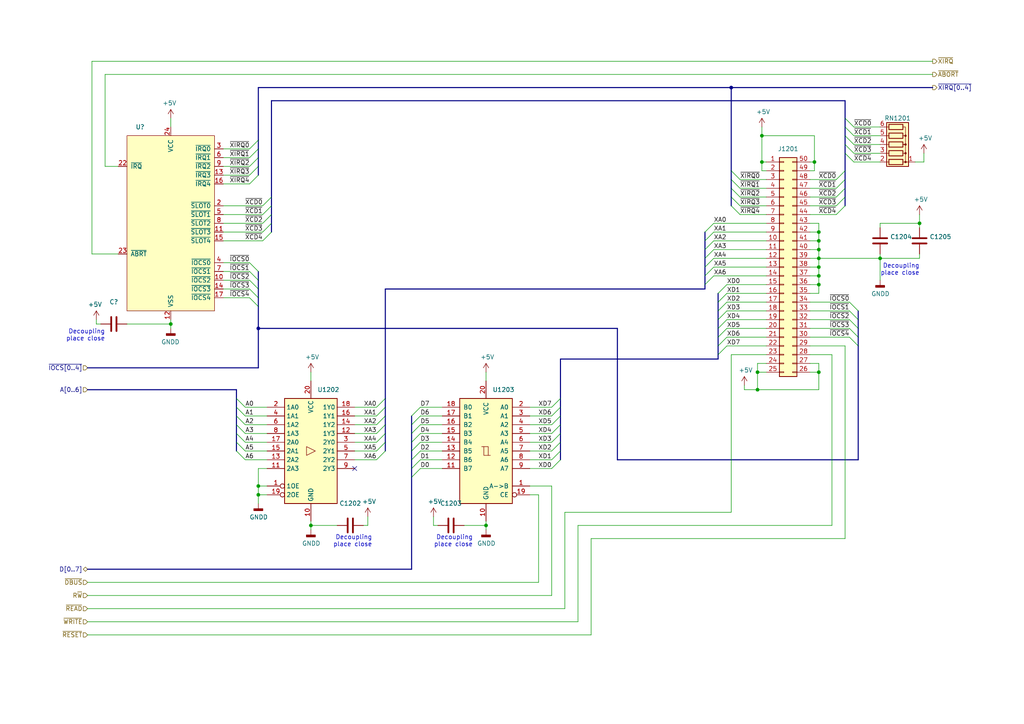
<source format=kicad_sch>
(kicad_sch (version 20211123) (generator eeschema)
  (paper "A4")
  (lib_symbols
    (symbol "74xx:74HC244"
      (property "Reference" "U" (at -7.62 16.51 0))
      (property "Value" "74HC244" (at -7.62 -16.51 0))
      (symbol "74HC244_1_0"
        (polyline (pts (xy 1.27 0) (xy -1.27 1.27) (xy -1.27 -1.27) (xy 1.27 0)) (stroke (width 0.1524)))
        (pin input inverted (at -12.7 -10.16 0) (length 5.08) (name "1OE") (number "1"))
        (pin power_in line (at 0 -20.32 90) (length 5.08) (name "GND") (number "10"))
        (pin input line (at -12.7 -5.08 0) (length 5.08) (name "2A3") (number "11"))
        (pin tri_state line (at 12.7 5.08 180) (length 5.08) (name "1Y3") (number "12"))
        (pin input line (at -12.7 -2.54 0) (length 5.08) (name "2A2") (number "13"))
        (pin tri_state line (at 12.7 7.62 180) (length 5.08) (name "1Y2") (number "14"))
        (pin input line (at -12.7 0 0) (length 5.08) (name "2A1") (number "15"))
        (pin tri_state line (at 12.7 10.16 180) (length 5.08) (name "1Y1") (number "16"))
        (pin input line (at -12.7 2.54 0) (length 5.08) (name "2A0") (number "17"))
        (pin tri_state line (at 12.7 12.7 180) (length 5.08) (name "1Y0") (number "18"))
        (pin input inverted (at -12.7 -12.7 0) (length 5.08) (name "2OE") (number "19"))
        (pin input line (at -12.7 12.7 0) (length 5.08) (name "1A0") (number "2"))
        (pin power_in line (at 0 20.32 270) (length 5.08) (name "VCC") (number "20"))
        (pin tri_state line (at 12.7 2.54 180) (length 5.08) (name "2Y0") (number "3"))
        (pin input line (at -12.7 10.16 0) (length 5.08) (name "1A1") (number "4"))
        (pin tri_state line (at 12.7 0 180) (length 5.08) (name "2Y1") (number "5"))
        (pin input line (at -12.7 7.62 0) (length 5.08) (name "1A2") (number "6"))
        (pin tri_state line (at 12.7 -2.54 180) (length 5.08) (name "2Y2") (number "7"))
        (pin input line (at -12.7 5.08 0) (length 5.08) (name "1A3") (number "8"))
        (pin tri_state line (at 12.7 -5.08 180) (length 5.08) (name "2Y3") (number "9"))
      )
      (symbol "74HC244_1_1"
        (rectangle (start -7.62 15.24) (end 7.62 -15.24) (stroke (width 0.254)) (fill (type background)))
      )
    )
    (symbol "74xx:74HC245" (pin_names (offset 1.016))
      (property "Reference" "U" (at -7.62 16.51 0))
      (property "Value" "74HC245" (at -7.62 -16.51 0))
      (symbol "74HC245_1_0"
        (polyline (pts (xy -0.635 -1.27) (xy -0.635 1.27) (xy 0.635 1.27)))
        (polyline (pts (xy -1.27 -1.27) (xy 0.635 -1.27) (xy 0.635 1.27) (xy 1.27 1.27)))
        (pin input line (at -12.7 -10.16 0) (length 5.08) (name "A->B") (number "1"))
        (pin power_in line (at 0 -20.32 90) (length 5.08) (name "GND") (number "10"))
        (pin tri_state line (at 12.7 -5.08 180) (length 5.08) (name "B7") (number "11"))
        (pin tri_state line (at 12.7 -2.54 180) (length 5.08) (name "B6") (number "12"))
        (pin tri_state line (at 12.7 0 180) (length 5.08) (name "B5") (number "13"))
        (pin tri_state line (at 12.7 2.54 180) (length 5.08) (name "B4") (number "14"))
        (pin tri_state line (at 12.7 5.08 180) (length 5.08) (name "B3") (number "15"))
        (pin tri_state line (at 12.7 7.62 180) (length 5.08) (name "B2") (number "16"))
        (pin tri_state line (at 12.7 10.16 180) (length 5.08) (name "B1") (number "17"))
        (pin tri_state line (at 12.7 12.7 180) (length 5.08) (name "B0") (number "18"))
        (pin input inverted (at -12.7 -12.7 0) (length 5.08) (name "CE") (number "19"))
        (pin tri_state line (at -12.7 12.7 0) (length 5.08) (name "A0") (number "2"))
        (pin power_in line (at 0 20.32 270) (length 5.08) (name "VCC") (number "20"))
        (pin tri_state line (at -12.7 10.16 0) (length 5.08) (name "A1") (number "3"))
        (pin tri_state line (at -12.7 7.62 0) (length 5.08) (name "A2") (number "4"))
        (pin tri_state line (at -12.7 5.08 0) (length 5.08) (name "A3") (number "5"))
        (pin tri_state line (at -12.7 2.54 0) (length 5.08) (name "A4") (number "6"))
        (pin tri_state line (at -12.7 0 0) (length 5.08) (name "A5") (number "7"))
        (pin tri_state line (at -12.7 -2.54 0) (length 5.08) (name "A6") (number "8"))
        (pin tri_state line (at -12.7 -5.08 0) (length 5.08) (name "A7") (number "9"))
      )
      (symbol "74HC245_1_1"
        (rectangle (start -7.62 15.24) (end 7.62 -15.24) (stroke (width 0.254)) (fill (type background)))
      )
    )
    (symbol "Connector_Generic:Conn_02x25_Counter_Clockwise" (pin_names (offset 1.016) hide)
      (property "Reference" "J" (at 1.27 33.02 0))
      (property "Value" "Conn_02x25_Counter_Clockwise" (at 1.27 -33.02 0))
      (symbol "Conn_02x25_Counter_Clockwise_1_1"
        (rectangle (start -1.27 -30.353) (end 0 -30.607) (stroke (width 0.1524)))
        (rectangle (start -1.27 -27.813) (end 0 -28.067) (stroke (width 0.1524)))
        (rectangle (start -1.27 -25.273) (end 0 -25.527) (stroke (width 0.1524)))
        (rectangle (start -1.27 -22.733) (end 0 -22.987) (stroke (width 0.1524)))
        (rectangle (start -1.27 -20.193) (end 0 -20.447) (stroke (width 0.1524)))
        (rectangle (start -1.27 -17.653) (end 0 -17.907) (stroke (width 0.1524)))
        (rectangle (start -1.27 -15.113) (end 0 -15.367) (stroke (width 0.1524)))
        (rectangle (start -1.27 -12.573) (end 0 -12.827) (stroke (width 0.1524)))
        (rectangle (start -1.27 -10.033) (end 0 -10.287) (stroke (width 0.1524)))
        (rectangle (start -1.27 -7.493) (end 0 -7.747) (stroke (width 0.1524)))
        (rectangle (start -1.27 -4.953) (end 0 -5.207) (stroke (width 0.1524)))
        (rectangle (start -1.27 -2.413) (end 0 -2.667) (stroke (width 0.1524)))
        (rectangle (start -1.27 0.127) (end 0 -0.127) (stroke (width 0.1524)))
        (rectangle (start -1.27 2.667) (end 0 2.413) (stroke (width 0.1524)))
        (rectangle (start -1.27 5.207) (end 0 4.953) (stroke (width 0.1524)))
        (rectangle (start -1.27 7.747) (end 0 7.493) (stroke (width 0.1524)))
        (rectangle (start -1.27 10.287) (end 0 10.033) (stroke (width 0.1524)))
        (rectangle (start -1.27 12.827) (end 0 12.573) (stroke (width 0.1524)))
        (rectangle (start -1.27 15.367) (end 0 15.113) (stroke (width 0.1524)))
        (rectangle (start -1.27 17.907) (end 0 17.653) (stroke (width 0.1524)))
        (rectangle (start -1.27 20.447) (end 0 20.193) (stroke (width 0.1524)))
        (rectangle (start -1.27 22.987) (end 0 22.733) (stroke (width 0.1524)))
        (rectangle (start -1.27 25.527) (end 0 25.273) (stroke (width 0.1524)))
        (rectangle (start -1.27 28.067) (end 0 27.813) (stroke (width 0.1524)))
        (rectangle (start -1.27 30.607) (end 0 30.353) (stroke (width 0.1524)))
        (rectangle (start -1.27 31.75) (end 3.81 -31.75) (stroke (width 0.254)) (fill (type background)))
        (rectangle (start 3.81 -30.353) (end 2.54 -30.607) (stroke (width 0.1524)))
        (rectangle (start 3.81 -27.813) (end 2.54 -28.067) (stroke (width 0.1524)))
        (rectangle (start 3.81 -25.273) (end 2.54 -25.527) (stroke (width 0.1524)))
        (rectangle (start 3.81 -22.733) (end 2.54 -22.987) (stroke (width 0.1524)))
        (rectangle (start 3.81 -20.193) (end 2.54 -20.447) (stroke (width 0.1524)))
        (rectangle (start 3.81 -17.653) (end 2.54 -17.907) (stroke (width 0.1524)))
        (rectangle (start 3.81 -15.113) (end 2.54 -15.367) (stroke (width 0.1524)))
        (rectangle (start 3.81 -12.573) (end 2.54 -12.827) (stroke (width 0.1524)))
        (rectangle (start 3.81 -10.033) (end 2.54 -10.287) (stroke (width 0.1524)))
        (rectangle (start 3.81 -7.493) (end 2.54 -7.747) (stroke (width 0.1524)))
        (rectangle (start 3.81 -4.953) (end 2.54 -5.207) (stroke (width 0.1524)))
        (rectangle (start 3.81 -2.413) (end 2.54 -2.667) (stroke (width 0.1524)))
        (rectangle (start 3.81 0.127) (end 2.54 -0.127) (stroke (width 0.1524)))
        (rectangle (start 3.81 2.667) (end 2.54 2.413) (stroke (width 0.1524)))
        (rectangle (start 3.81 5.207) (end 2.54 4.953) (stroke (width 0.1524)))
        (rectangle (start 3.81 7.747) (end 2.54 7.493) (stroke (width 0.1524)))
        (rectangle (start 3.81 10.287) (end 2.54 10.033) (stroke (width 0.1524)))
        (rectangle (start 3.81 12.827) (end 2.54 12.573) (stroke (width 0.1524)))
        (rectangle (start 3.81 15.367) (end 2.54 15.113) (stroke (width 0.1524)))
        (rectangle (start 3.81 17.907) (end 2.54 17.653) (stroke (width 0.1524)))
        (rectangle (start 3.81 20.447) (end 2.54 20.193) (stroke (width 0.1524)))
        (rectangle (start 3.81 22.987) (end 2.54 22.733) (stroke (width 0.1524)))
        (rectangle (start 3.81 25.527) (end 2.54 25.273) (stroke (width 0.1524)))
        (rectangle (start 3.81 28.067) (end 2.54 27.813) (stroke (width 0.1524)))
        (rectangle (start 3.81 30.607) (end 2.54 30.353) (stroke (width 0.1524)))
        (pin passive line (at -5.08 30.48 0) (length 3.81) (name "Pin_1") (number "1"))
        (pin passive line (at -5.08 7.62 0) (length 3.81) (name "Pin_10") (number "10"))
        (pin passive line (at -5.08 5.08 0) (length 3.81) (name "Pin_11") (number "11"))
        (pin passive line (at -5.08 2.54 0) (length 3.81) (name "Pin_12") (number "12"))
        (pin passive line (at -5.08 0 0) (length 3.81) (name "Pin_13") (number "13"))
        (pin passive line (at -5.08 -2.54 0) (length 3.81) (name "Pin_14") (number "14"))
        (pin passive line (at -5.08 -5.08 0) (length 3.81) (name "Pin_15") (number "15"))
        (pin passive line (at -5.08 -7.62 0) (length 3.81) (name "Pin_16") (number "16"))
        (pin passive line (at -5.08 -10.16 0) (length 3.81) (name "Pin_17") (number "17"))
        (pin passive line (at -5.08 -12.7 0) (length 3.81) (name "Pin_18") (number "18"))
        (pin passive line (at -5.08 -15.24 0) (length 3.81) (name "Pin_19") (number "19"))
        (pin passive line (at -5.08 27.94 0) (length 3.81) (name "Pin_2") (number "2"))
        (pin passive line (at -5.08 -17.78 0) (length 3.81) (name "Pin_20") (number "20"))
        (pin passive line (at -5.08 -20.32 0) (length 3.81) (name "Pin_21") (number "21"))
        (pin passive line (at -5.08 -22.86 0) (length 3.81) (name "Pin_22") (number "22"))
        (pin passive line (at -5.08 -25.4 0) (length 3.81) (name "Pin_23") (number "23"))
        (pin passive line (at -5.08 -27.94 0) (length 3.81) (name "Pin_24") (number "24"))
        (pin passive line (at -5.08 -30.48 0) (length 3.81) (name "Pin_25") (number "25"))
        (pin passive line (at 7.62 -30.48 180) (length 3.81) (name "Pin_26") (number "26"))
        (pin passive line (at 7.62 -27.94 180) (length 3.81) (name "Pin_27") (number "27"))
        (pin passive line (at 7.62 -25.4 180) (length 3.81) (name "Pin_28") (number "28"))
        (pin passive line (at 7.62 -22.86 180) (length 3.81) (name "Pin_29") (number "29"))
        (pin passive line (at -5.08 25.4 0) (length 3.81) (name "Pin_3") (number "3"))
        (pin passive line (at 7.62 -20.32 180) (length 3.81) (name "Pin_30") (number "30"))
        (pin passive line (at 7.62 -17.78 180) (length 3.81) (name "Pin_31") (number "31"))
        (pin passive line (at 7.62 -15.24 180) (length 3.81) (name "Pin_32") (number "32"))
        (pin passive line (at 7.62 -12.7 180) (length 3.81) (name "Pin_33") (number "33"))
        (pin passive line (at 7.62 -10.16 180) (length 3.81) (name "Pin_34") (number "34"))
        (pin passive line (at 7.62 -7.62 180) (length 3.81) (name "Pin_35") (number "35"))
        (pin passive line (at 7.62 -5.08 180) (length 3.81) (name "Pin_36") (number "36"))
        (pin passive line (at 7.62 -2.54 180) (length 3.81) (name "Pin_37") (number "37"))
        (pin passive line (at 7.62 0 180) (length 3.81) (name "Pin_38") (number "38"))
        (pin passive line (at 7.62 2.54 180) (length 3.81) (name "Pin_39") (number "39"))
        (pin passive line (at -5.08 22.86 0) (length 3.81) (name "Pin_4") (number "4"))
        (pin passive line (at 7.62 5.08 180) (length 3.81) (name "Pin_40") (number "40"))
        (pin passive line (at 7.62 7.62 180) (length 3.81) (name "Pin_41") (number "41"))
        (pin passive line (at 7.62 10.16 180) (length 3.81) (name "Pin_42") (number "42"))
        (pin passive line (at 7.62 12.7 180) (length 3.81) (name "Pin_43") (number "43"))
        (pin passive line (at 7.62 15.24 180) (length 3.81) (name "Pin_44") (number "44"))
        (pin passive line (at 7.62 17.78 180) (length 3.81) (name "Pin_45") (number "45"))
        (pin passive line (at 7.62 20.32 180) (length 3.81) (name "Pin_46") (number "46"))
        (pin passive line (at 7.62 22.86 180) (length 3.81) (name "Pin_47") (number "47"))
        (pin passive line (at 7.62 25.4 180) (length 3.81) (name "Pin_48") (number "48"))
        (pin passive line (at 7.62 27.94 180) (length 3.81) (name "Pin_49") (number "49"))
        (pin passive line (at -5.08 20.32 0) (length 3.81) (name "Pin_5") (number "5"))
        (pin passive line (at 7.62 30.48 180) (length 3.81) (name "Pin_50") (number "50"))
        (pin passive line (at -5.08 17.78 0) (length 3.81) (name "Pin_6") (number "6"))
        (pin passive line (at -5.08 15.24 0) (length 3.81) (name "Pin_7") (number "7"))
        (pin passive line (at -5.08 12.7 0) (length 3.81) (name "Pin_8") (number "8"))
        (pin passive line (at -5.08 10.16 0) (length 3.81) (name "Pin_9") (number "9"))
      )
    )
    (symbol "Device:C" (pin_numbers hide) (pin_names (offset 0.254))
      (property "Reference" "C" (at 0.635 2.54 0))
      (property "Value" "C" (at 0.635 -2.54 0))
      (symbol "C_0_1"
        (polyline (pts (xy -2.032 -0.762) (xy 2.032 -0.762)) (stroke (width 0.508)))
        (polyline (pts (xy -2.032 0.762) (xy 2.032 0.762)) (stroke (width 0.508)))
      )
      (symbol "C_1_1"
        (pin passive line (at 0 3.81 270) (length 2.794) (name "~") (number "1"))
        (pin passive line (at 0 -3.81 90) (length 2.794) (name "~") (number "2"))
      )
    )
    (symbol "Device:R_Network05" (pin_names (offset 0) hide)
      (property "Reference" "RN" (at -7.62 0 90))
      (property "Value" "R_Network05" (at 7.62 0 90))
      (symbol "R_Network05_0_1"
        (rectangle (start -6.35 -3.175) (end 6.35 3.175) (stroke (width 0.254)) (fill (type background)))
        (rectangle (start -5.842 1.524) (end -4.318 -2.54) (stroke (width 0.254)))
        (circle (center -5.08 2.286) (radius 0.254) (fill (type outline)))
        (rectangle (start -3.302 1.524) (end -1.778 -2.54) (stroke (width 0.254)))
        (circle (center -2.54 2.286) (radius 0.254) (fill (type outline)))
        (rectangle (start -0.762 1.524) (end 0.762 -2.54) (stroke (width 0.254)))
        (polyline (pts (xy -5.08 -2.54) (xy -5.08 -3.81)))
        (polyline (pts (xy -2.54 -2.54) (xy -2.54 -3.81)))
        (polyline (pts (xy 0 -2.54) (xy 0 -3.81)))
        (polyline (pts (xy 2.54 -2.54) (xy 2.54 -3.81)))
        (polyline (pts (xy 5.08 -2.54) (xy 5.08 -3.81)))
        (polyline (pts (xy -5.08 1.524) (xy -5.08 2.286) (xy -2.54 2.286) (xy -2.54 1.524)))
        (polyline (pts (xy -2.54 1.524) (xy -2.54 2.286) (xy 0 2.286) (xy 0 1.524)))
        (polyline (pts (xy 0 1.524) (xy 0 2.286) (xy 2.54 2.286) (xy 2.54 1.524)))
        (polyline (pts (xy 2.54 1.524) (xy 2.54 2.286) (xy 5.08 2.286) (xy 5.08 1.524)))
        (circle (center 0 2.286) (radius 0.254) (fill (type outline)))
        (rectangle (start 1.778 1.524) (end 3.302 -2.54) (stroke (width 0.254)))
        (circle (center 2.54 2.286) (radius 0.254) (fill (type outline)))
        (rectangle (start 4.318 1.524) (end 5.842 -2.54) (stroke (width 0.254)))
      )
      (symbol "R_Network05_1_1"
        (pin passive line (at -5.08 5.08 270) (length 2.54) (name "common") (number "1"))
        (pin passive line (at -5.08 -5.08 90) (length 1.27) (name "R1") (number "2"))
        (pin passive line (at -2.54 -5.08 90) (length 1.27) (name "R2") (number "3"))
        (pin passive line (at 0 -5.08 90) (length 1.27) (name "R3") (number "4"))
        (pin passive line (at 2.54 -5.08 90) (length 1.27) (name "R4") (number "5"))
        (pin passive line (at 5.08 -5.08 90) (length 1.27) (name "R5") (number "6"))
      )
    )
    (symbol "PAL22V10:XIOCON_PDIP" (pin_names (offset 1.016))
      (property "Reference" "U" (at 8.89 27.94 0))
      (property "Value" "XIOCON_PDIP" (at 0 0 90))
      (symbol "XIOCON_PDIP_0_1"
        (rectangle (start -12.7 25.4) (end 12.7 -25.4) (fill (type background)))
      )
      (symbol "XIOCON_PDIP_1_1"
        (pin input line (at -15.24 -16.51 0) (length 2.54) (name "~{IOCS2}") (number "10"))
        (pin input line (at -15.24 -2.54 0) (length 2.54) (name "~{SLOT3}") (number "11"))
        (pin power_in line (at 0 -27.94 90) (length 2.54) (name "VSS") (number "12"))
        (pin input line (at -15.24 13.97 0) (length 2.54) (name "~{IRQ3}") (number "13"))
        (pin input line (at -15.24 -19.05 0) (length 2.54) (name "~{IOCS3}") (number "14"))
        (pin input line (at -15.24 -5.08 0) (length 2.54) (name "~{SLOT4}") (number "15"))
        (pin input line (at -15.24 11.43 0) (length 2.54) (name "~{IRQ4}") (number "16"))
        (pin input line (at -15.24 -21.59 0) (length 2.54) (name "~{IOCS4}") (number "17"))
        (pin input line (at -15.24 5.08 0) (length 2.54) (name "~{SLOT0}") (number "2"))
        (pin output line (at 15.24 16.51 180) (length 2.54) (name "~{IRQ}") (number "22"))
        (pin output line (at 15.24 -8.89 180) (length 2.54) (name "~{ABRT}") (number "23"))
        (pin power_in line (at 0 27.94 270) (length 2.54) (name "VCC") (number "24"))
        (pin input line (at -15.24 21.59 0) (length 2.54) (name "~{IRQ0}") (number "3"))
        (pin input line (at -15.24 -11.43 0) (length 2.54) (name "~{IOCS0}") (number "4"))
        (pin input line (at -15.24 2.54 0) (length 2.54) (name "~{SLOT1}") (number "5"))
        (pin input line (at -15.24 19.05 0) (length 2.54) (name "~{IRQ1}") (number "6"))
        (pin input line (at -15.24 -13.97 0) (length 2.54) (name "~{IOCS1}") (number "7"))
        (pin input line (at -15.24 0 0) (length 2.54) (name "~{SLOT2}") (number "8"))
        (pin input line (at -15.24 16.51 0) (length 2.54) (name "~{IRQ2}") (number "9"))
      )
    )
    (symbol "power:+5V" (power) (pin_names (offset 0))
      (property "Value" "+5V" (at 0 3.556 0))
      (symbol "+5V_0_1"
        (polyline (pts (xy -0.762 1.27) (xy 0 2.54)))
        (polyline (pts (xy 0 0) (xy 0 2.54)))
        (polyline (pts (xy 0 2.54) (xy 0.762 1.27)))
      )
      (symbol "+5V_1_1"
        (pin power_in line (at 0 0 90) (length 0) hide (name "+5V") (number "1"))
      )
    )
    (symbol "power:GNDD" (power) (pin_names (offset 0))
      (property "Value" "GNDD" (at 0 -3.175 0))
      (symbol "GNDD_0_1"
        (rectangle (start -1.27 -1.524) (end 1.27 -2.032) (stroke (width 0.254)) (fill (type outline)))
        (polyline (pts (xy 0 0) (xy 0 -1.524)))
      )
      (symbol "GNDD_1_1"
        (pin power_in line (at 0 0 270) (length 0) hide (name "GNDD") (number "1"))
      )
    )
  )
  (junction (at 237.49 82.55))
  (junction (at 236.22 46.99))
  (junction (at 255.27 74.93))
  (junction (at 212.09 25.4))
  (junction (at 90.17 152.4))
  (junction (at 74.93 143.51))
  (junction (at 237.49 80.01))
  (junction (at 237.49 77.47))
  (junction (at 237.49 72.39))
  (junction (at 74.93 140.97))
  (junction (at 220.98 39.37))
  (junction (at 140.97 152.4))
  (junction (at 219.71 107.95))
  (junction (at 49.53 93.98))
  (junction (at 237.49 69.85))
  (junction (at 237.49 74.93))
  (junction (at 237.49 67.31))
  (junction (at 219.71 113.03))
  (junction (at 220.98 46.99))
  (junction (at 266.7 64.77))
  (junction (at 237.49 107.95))
  (junction (at 74.93 95.25))
  (no_connect (at 102.87 135.89))
  (bus_entry (at 78.74 67.31) (size -2.54 2.54))
  (bus_entry (at 208.28 90.17) (size 2.54 -2.54))
  (bus_entry (at 74.93 88.9) (size -2.54 -2.54))
  (bus_entry (at 208.28 85.09) (size 2.54 -2.54))
  (bus_entry (at 68.58 120.65) (size 2.54 2.54))
  (bus_entry (at 208.28 100.33) (size 2.54 -2.54))
  (bus_entry (at 68.58 128.27) (size 2.54 2.54))
  (bus_entry (at 208.28 92.71) (size 2.54 -2.54))
  (bus_entry (at 109.22 125.73) (size 2.54 -2.54))
  (bus_entry (at 78.74 57.15) (size -2.54 2.54))
  (bus_entry (at 212.09 57.15) (size 2.54 2.54))
  (bus_entry (at 109.22 120.65) (size 2.54 -2.54))
  (bus_entry (at 119.38 123.19) (size 2.54 -2.54))
  (bus_entry (at 160.02 120.65) (size 2.54 -2.54))
  (bus_entry (at 74.93 86.36) (size -2.54 -2.54))
  (bus_entry (at 78.74 59.69) (size -2.54 2.54))
  (bus_entry (at 160.02 135.89) (size 2.54 -2.54))
  (bus_entry (at 212.09 54.61) (size 2.54 2.54))
  (bus_entry (at 68.58 130.81) (size 2.54 2.54))
  (bus_entry (at 160.02 125.73) (size 2.54 -2.54))
  (bus_entry (at 204.47 82.55) (size 2.54 -2.54))
  (bus_entry (at 68.58 123.19) (size 2.54 2.54))
  (bus_entry (at 109.22 130.81) (size 2.54 -2.54))
  (bus_entry (at 160.02 130.81) (size 2.54 -2.54))
  (bus_entry (at 208.28 97.79) (size 2.54 -2.54))
  (bus_entry (at 119.38 130.81) (size 2.54 -2.54))
  (bus_entry (at 204.47 80.01) (size 2.54 -2.54))
  (bus_entry (at 242.57 54.61) (size 2.54 -2.54))
  (bus_entry (at 242.57 59.69) (size 2.54 -2.54))
  (bus_entry (at 246.38 87.63) (size 2.54 2.54))
  (bus_entry (at 109.22 123.19) (size 2.54 -2.54))
  (bus_entry (at 212.09 59.69) (size 2.54 2.54))
  (bus_entry (at 109.22 128.27) (size 2.54 -2.54))
  (bus_entry (at 119.38 138.43) (size 2.54 -2.54))
  (bus_entry (at 208.28 95.25) (size 2.54 -2.54))
  (bus_entry (at 74.93 40.64) (size -2.54 2.54))
  (bus_entry (at 74.93 43.18) (size -2.54 2.54))
  (bus_entry (at 119.38 125.73) (size 2.54 -2.54))
  (bus_entry (at 247.65 36.83) (size -2.54 -2.54))
  (bus_entry (at 160.02 123.19) (size 2.54 -2.54))
  (bus_entry (at 119.38 120.65) (size 2.54 -2.54))
  (bus_entry (at 212.09 49.53) (size 2.54 2.54))
  (bus_entry (at 247.65 46.99) (size -2.54 -2.54))
  (bus_entry (at 68.58 115.57) (size 2.54 2.54))
  (bus_entry (at 246.38 97.79) (size 2.54 2.54))
  (bus_entry (at 204.47 72.39) (size 2.54 -2.54))
  (bus_entry (at 74.93 83.82) (size -2.54 -2.54))
  (bus_entry (at 109.22 118.11) (size 2.54 -2.54))
  (bus_entry (at 68.58 118.11) (size 2.54 2.54))
  (bus_entry (at 246.38 95.25) (size 2.54 2.54))
  (bus_entry (at 160.02 118.11) (size 2.54 -2.54))
  (bus_entry (at 247.65 39.37) (size -2.54 -2.54))
  (bus_entry (at 208.28 102.87) (size 2.54 -2.54))
  (bus_entry (at 160.02 133.35) (size 2.54 -2.54))
  (bus_entry (at 242.57 52.07) (size 2.54 -2.54))
  (bus_entry (at 242.57 62.23) (size 2.54 -2.54))
  (bus_entry (at 74.93 45.72) (size -2.54 2.54))
  (bus_entry (at 204.47 74.93) (size 2.54 -2.54))
  (bus_entry (at 74.93 78.74) (size -2.54 -2.54))
  (bus_entry (at 208.28 87.63) (size 2.54 -2.54))
  (bus_entry (at 212.09 52.07) (size 2.54 2.54))
  (bus_entry (at 204.47 77.47) (size 2.54 -2.54))
  (bus_entry (at 74.93 48.26) (size -2.54 2.54))
  (bus_entry (at 119.38 128.27) (size 2.54 -2.54))
  (bus_entry (at 74.93 50.8) (size -2.54 2.54))
  (bus_entry (at 246.38 92.71) (size 2.54 2.54))
  (bus_entry (at 247.65 44.45) (size -2.54 -2.54))
  (bus_entry (at 74.93 81.28) (size -2.54 -2.54))
  (bus_entry (at 78.74 62.23) (size -2.54 2.54))
  (bus_entry (at 119.38 133.35) (size 2.54 -2.54))
  (bus_entry (at 242.57 57.15) (size 2.54 -2.54))
  (bus_entry (at 247.65 41.91) (size -2.54 -2.54))
  (bus_entry (at 160.02 128.27) (size 2.54 -2.54))
  (bus_entry (at 204.47 67.31) (size 2.54 -2.54))
  (bus_entry (at 109.22 133.35) (size 2.54 -2.54))
  (bus_entry (at 78.74 64.77) (size -2.54 2.54))
  (bus_entry (at 68.58 125.73) (size 2.54 2.54))
  (bus_entry (at 119.38 135.89) (size 2.54 -2.54))
  (bus_entry (at 204.47 69.85) (size 2.54 -2.54))
  (bus_entry (at 246.38 90.17) (size 2.54 2.54))
  (wire (pts (xy 71.12 128.27) (xy 77.47 128.27)))
  (wire (pts (xy 222.25 74.93) (xy 207.01 74.93)))
  (bus (pts (xy 245.11 39.37) (xy 245.11 41.91)))
  (wire (pts (xy 237.49 74.93) (xy 237.49 77.47)))
  (wire (pts (xy 109.22 125.73) (xy 102.87 125.73)))
  (wire (pts (xy 210.82 82.55) (xy 222.25 82.55)))
  (wire (pts (xy 236.22 49.53) (xy 236.22 46.99)))
  (wire (pts (xy 160.02 140.97) (xy 153.67 140.97)))
  (bus (pts (xy 162.56 125.73) (xy 162.56 128.27)))
  (wire (pts (xy 140.97 152.4) (xy 140.97 151.13)))
  (bus (pts (xy 111.76 118.11) (xy 111.76 120.65)))
  (wire (pts (xy 237.49 82.55) (xy 237.49 85.09)))
  (wire (pts (xy 212.09 102.87) (xy 212.09 148.59)))
  (wire (pts (xy 71.12 133.35) (xy 77.47 133.35)))
  (wire (pts (xy 49.53 93.98) (xy 49.53 92.71)))
  (bus (pts (xy 248.92 100.33) (xy 248.92 133.35)))
  (bus (pts (xy 245.11 49.53) (xy 245.11 52.07)))
  (wire (pts (xy 163.83 148.59) (xy 163.83 176.53)))
  (wire (pts (xy 29.21 93.98) (xy 27.94 93.98)))
  (bus (pts (xy 162.56 115.57) (xy 162.56 118.11)))
  (wire (pts (xy 210.82 87.63) (xy 222.25 87.63)))
  (wire (pts (xy 90.17 151.13) (xy 90.17 152.4)))
  (wire (pts (xy 160.02 172.72) (xy 25.4 172.72)))
  (bus (pts (xy 208.28 100.33) (xy 208.28 102.87)))
  (bus (pts (xy 78.74 57.15) (xy 78.74 59.69)))
  (bus (pts (xy 248.92 133.35) (xy 179.07 133.35)))
  (wire (pts (xy 246.38 97.79) (xy 234.95 97.79)))
  (wire (pts (xy 236.22 46.99) (xy 236.22 39.37)))
  (bus (pts (xy 74.93 48.26) (xy 74.93 50.8)))
  (bus (pts (xy 204.47 83.82) (xy 111.76 83.82)))
  (wire (pts (xy 171.45 156.21) (xy 245.11 156.21)))
  (bus (pts (xy 119.38 123.19) (xy 119.38 125.73)))
  (wire (pts (xy 121.92 118.11) (xy 128.27 118.11)))
  (wire (pts (xy 77.47 130.81) (xy 71.12 130.81)))
  (wire (pts (xy 121.92 123.19) (xy 128.27 123.19)))
  (bus (pts (xy 119.38 125.73) (xy 119.38 128.27)))
  (wire (pts (xy 72.39 53.34) (xy 64.77 53.34)))
  (bus (pts (xy 74.93 43.18) (xy 74.93 45.72)))
  (wire (pts (xy 247.65 41.91) (xy 255.27 41.91)))
  (wire (pts (xy 245.11 100.33) (xy 234.95 100.33)))
  (wire (pts (xy 234.95 72.39) (xy 237.49 72.39)))
  (wire (pts (xy 237.49 107.95) (xy 237.49 113.03)))
  (bus (pts (xy 208.28 92.71) (xy 208.28 95.25)))
  (wire (pts (xy 72.39 50.8) (xy 64.77 50.8)))
  (wire (pts (xy 102.87 123.19) (xy 109.22 123.19)))
  (wire (pts (xy 234.95 105.41) (xy 237.49 105.41)))
  (bus (pts (xy 111.76 115.57) (xy 111.76 118.11)))
  (bus (pts (xy 204.47 72.39) (xy 204.47 74.93)))
  (bus (pts (xy 25.4 165.1) (xy 119.38 165.1)))
  (wire (pts (xy 153.67 123.19) (xy 160.02 123.19)))
  (wire (pts (xy 219.71 105.41) (xy 219.71 107.95)))
  (bus (pts (xy 204.47 74.93) (xy 204.47 77.47)))
  (wire (pts (xy 220.98 36.83) (xy 220.98 39.37)))
  (wire (pts (xy 255.27 66.04) (xy 255.27 64.77)))
  (wire (pts (xy 234.95 90.17) (xy 246.38 90.17)))
  (wire (pts (xy 237.49 72.39) (xy 237.49 74.93)))
  (wire (pts (xy 207.01 72.39) (xy 222.25 72.39)))
  (wire (pts (xy 247.65 46.99) (xy 255.27 46.99)))
  (wire (pts (xy 220.98 46.99) (xy 222.25 46.99)))
  (bus (pts (xy 212.09 52.07) (xy 212.09 54.61)))
  (bus (pts (xy 68.58 125.73) (xy 68.58 128.27)))
  (wire (pts (xy 234.95 107.95) (xy 237.49 107.95)))
  (wire (pts (xy 128.27 125.73) (xy 121.92 125.73)))
  (wire (pts (xy 102.87 133.35) (xy 109.22 133.35)))
  (bus (pts (xy 78.74 29.21) (xy 78.74 57.15)))
  (wire (pts (xy 220.98 49.53) (xy 222.25 49.53)))
  (wire (pts (xy 64.77 69.85) (xy 76.2 69.85)))
  (wire (pts (xy 64.77 64.77) (xy 76.2 64.77)))
  (wire (pts (xy 234.95 80.01) (xy 237.49 80.01)))
  (wire (pts (xy 245.11 156.21) (xy 245.11 100.33)))
  (wire (pts (xy 215.9 111.76) (xy 215.9 113.03)))
  (bus (pts (xy 179.07 95.25) (xy 74.93 95.25)))
  (bus (pts (xy 212.09 57.15) (xy 212.09 59.69)))
  (wire (pts (xy 64.77 67.31) (xy 76.2 67.31)))
  (wire (pts (xy 102.87 128.27) (xy 109.22 128.27)))
  (wire (pts (xy 234.95 77.47) (xy 237.49 77.47)))
  (wire (pts (xy 34.29 48.26) (xy 30.48 48.26)))
  (wire (pts (xy 255.27 74.93) (xy 237.49 74.93)))
  (bus (pts (xy 208.28 87.63) (xy 208.28 90.17)))
  (bus (pts (xy 248.92 97.79) (xy 248.92 100.33)))
  (bus (pts (xy 208.28 90.17) (xy 208.28 92.71)))
  (wire (pts (xy 27.94 93.98) (xy 27.94 92.71)))
  (wire (pts (xy 222.25 107.95) (xy 219.71 107.95)))
  (bus (pts (xy 245.11 29.21) (xy 245.11 34.29)))
  (wire (pts (xy 222.25 64.77) (xy 207.01 64.77)))
  (wire (pts (xy 64.77 78.74) (xy 72.39 78.74)))
  (bus (pts (xy 119.38 138.43) (xy 119.38 165.1)))
  (wire (pts (xy 77.47 140.97) (xy 74.93 140.97)))
  (bus (pts (xy 204.47 67.31) (xy 204.47 69.85)))
  (wire (pts (xy 102.87 118.11) (xy 109.22 118.11)))
  (bus (pts (xy 68.58 118.11) (xy 68.58 120.65)))
  (bus (pts (xy 212.09 25.4) (xy 212.09 49.53)))
  (bus (pts (xy 74.93 25.4) (xy 74.93 40.64)))
  (wire (pts (xy 234.95 49.53) (xy 236.22 49.53)))
  (wire (pts (xy 71.12 123.19) (xy 77.47 123.19)))
  (wire (pts (xy 219.71 107.95) (xy 219.71 113.03)))
  (bus (pts (xy 74.93 88.9) (xy 74.93 95.25)))
  (wire (pts (xy 222.25 85.09) (xy 210.82 85.09)))
  (bus (pts (xy 78.74 62.23) (xy 78.74 64.77)))
  (bus (pts (xy 245.11 41.91) (xy 245.11 44.45)))
  (bus (pts (xy 78.74 59.69) (xy 78.74 62.23)))
  (wire (pts (xy 222.25 95.25) (xy 210.82 95.25)))
  (bus (pts (xy 245.11 54.61) (xy 245.11 57.15)))
  (wire (pts (xy 219.71 113.03) (xy 237.49 113.03)))
  (wire (pts (xy 140.97 153.67) (xy 140.97 152.4)))
  (wire (pts (xy 121.92 133.35) (xy 128.27 133.35)))
  (wire (pts (xy 246.38 92.71) (xy 234.95 92.71)))
  (wire (pts (xy 242.57 54.61) (xy 234.95 54.61)))
  (bus (pts (xy 212.09 49.53) (xy 212.09 52.07)))
  (wire (pts (xy 160.02 130.81) (xy 153.67 130.81)))
  (bus (pts (xy 204.47 80.01) (xy 204.47 82.55)))
  (bus (pts (xy 111.76 120.65) (xy 111.76 123.19)))
  (wire (pts (xy 74.93 135.89) (xy 74.93 140.97)))
  (bus (pts (xy 162.56 118.11) (xy 162.56 120.65)))
  (wire (pts (xy 241.3 102.87) (xy 241.3 152.4)))
  (bus (pts (xy 204.47 82.55) (xy 204.47 83.82)))
  (wire (pts (xy 90.17 107.95) (xy 90.17 110.49)))
  (bus (pts (xy 245.11 34.29) (xy 245.11 36.83)))
  (wire (pts (xy 234.95 85.09) (xy 237.49 85.09)))
  (bus (pts (xy 248.92 95.25) (xy 248.92 97.79)))
  (bus (pts (xy 111.76 123.19) (xy 111.76 125.73)))
  (bus (pts (xy 74.93 81.28) (xy 74.93 83.82)))
  (wire (pts (xy 64.77 83.82) (xy 72.39 83.82)))
  (wire (pts (xy 247.65 44.45) (xy 255.27 44.45)))
  (wire (pts (xy 25.4 180.34) (xy 167.64 180.34)))
  (wire (pts (xy 125.73 149.86) (xy 125.73 152.4)))
  (bus (pts (xy 74.93 86.36) (xy 74.93 88.9)))
  (wire (pts (xy 255.27 64.77) (xy 266.7 64.77)))
  (wire (pts (xy 234.95 67.31) (xy 237.49 67.31)))
  (wire (pts (xy 163.83 176.53) (xy 25.4 176.53)))
  (bus (pts (xy 68.58 123.19) (xy 68.58 125.73)))
  (bus (pts (xy 74.93 78.74) (xy 74.93 81.28)))
  (wire (pts (xy 234.95 102.87) (xy 241.3 102.87)))
  (wire (pts (xy 242.57 57.15) (xy 234.95 57.15)))
  (bus (pts (xy 248.92 90.17) (xy 248.92 92.71)))
  (wire (pts (xy 140.97 107.95) (xy 140.97 110.49)))
  (wire (pts (xy 210.82 97.79) (xy 222.25 97.79)))
  (wire (pts (xy 30.48 21.59) (xy 270.51 21.59)))
  (bus (pts (xy 74.93 45.72) (xy 74.93 48.26)))
  (bus (pts (xy 111.76 125.73) (xy 111.76 128.27)))
  (wire (pts (xy 74.93 140.97) (xy 74.93 143.51)))
  (bus (pts (xy 119.38 128.27) (xy 119.38 130.81)))
  (wire (pts (xy 26.67 17.78) (xy 26.67 73.66)))
  (wire (pts (xy 220.98 39.37) (xy 236.22 39.37)))
  (wire (pts (xy 266.7 64.77) (xy 266.7 62.23)))
  (wire (pts (xy 26.67 73.66) (xy 34.29 73.66)))
  (wire (pts (xy 72.39 48.26) (xy 64.77 48.26)))
  (wire (pts (xy 220.98 39.37) (xy 220.98 46.99)))
  (wire (pts (xy 128.27 135.89) (xy 121.92 135.89)))
  (wire (pts (xy 266.7 74.93) (xy 266.7 73.66)))
  (wire (pts (xy 222.25 100.33) (xy 210.82 100.33)))
  (wire (pts (xy 222.25 105.41) (xy 219.71 105.41)))
  (wire (pts (xy 49.53 34.29) (xy 49.53 36.83)))
  (wire (pts (xy 242.57 62.23) (xy 234.95 62.23)))
  (wire (pts (xy 156.21 143.51) (xy 156.21 168.91)))
  (bus (pts (xy 68.58 113.03) (xy 68.58 115.57)))
  (bus (pts (xy 119.38 133.35) (xy 119.38 135.89)))
  (wire (pts (xy 36.83 93.98) (xy 49.53 93.98)))
  (wire (pts (xy 30.48 21.59) (xy 30.48 48.26)))
  (bus (pts (xy 74.93 95.25) (xy 74.93 106.68)))
  (bus (pts (xy 208.28 85.09) (xy 208.28 87.63)))
  (bus (pts (xy 111.76 128.27) (xy 111.76 130.81)))
  (bus (pts (xy 245.11 57.15) (xy 245.11 59.69)))
  (wire (pts (xy 237.49 67.31) (xy 237.49 69.85)))
  (wire (pts (xy 266.7 64.77) (xy 266.7 66.04)))
  (bus (pts (xy 208.28 95.25) (xy 208.28 97.79)))
  (wire (pts (xy 64.77 59.69) (xy 76.2 59.69)))
  (wire (pts (xy 26.67 17.78) (xy 270.51 17.78)))
  (wire (pts (xy 237.49 105.41) (xy 237.49 107.95)))
  (bus (pts (xy 245.11 44.45) (xy 245.11 49.53)))
  (wire (pts (xy 153.67 118.11) (xy 160.02 118.11)))
  (wire (pts (xy 153.67 143.51) (xy 156.21 143.51)))
  (wire (pts (xy 242.57 59.69) (xy 234.95 59.69)))
  (wire (pts (xy 160.02 135.89) (xy 153.67 135.89)))
  (wire (pts (xy 160.02 120.65) (xy 153.67 120.65)))
  (wire (pts (xy 234.95 46.99) (xy 236.22 46.99)))
  (wire (pts (xy 121.92 128.27) (xy 128.27 128.27)))
  (wire (pts (xy 109.22 120.65) (xy 102.87 120.65)))
  (wire (pts (xy 212.09 148.59) (xy 163.83 148.59)))
  (wire (pts (xy 242.57 52.07) (xy 234.95 52.07)))
  (wire (pts (xy 72.39 81.28) (xy 64.77 81.28)))
  (wire (pts (xy 109.22 130.81) (xy 102.87 130.81)))
  (wire (pts (xy 49.53 95.25) (xy 49.53 93.98)))
  (wire (pts (xy 214.63 54.61) (xy 222.25 54.61)))
  (bus (pts (xy 208.28 102.87) (xy 208.28 104.14)))
  (bus (pts (xy 208.28 104.14) (xy 162.56 104.14)))
  (wire (pts (xy 237.49 69.85) (xy 237.49 72.39)))
  (wire (pts (xy 167.64 180.34) (xy 167.64 152.4)))
  (bus (pts (xy 162.56 128.27) (xy 162.56 130.81)))
  (wire (pts (xy 153.67 128.27) (xy 160.02 128.27)))
  (wire (pts (xy 134.62 152.4) (xy 140.97 152.4)))
  (wire (pts (xy 234.95 74.93) (xy 237.49 74.93)))
  (bus (pts (xy 68.58 113.03) (xy 25.4 113.03)))
  (bus (pts (xy 212.09 54.61) (xy 212.09 57.15)))
  (bus (pts (xy 162.56 130.81) (xy 162.56 133.35)))
  (wire (pts (xy 267.97 44.45) (xy 267.97 46.99)))
  (wire (pts (xy 72.39 76.2) (xy 64.77 76.2)))
  (wire (pts (xy 106.68 149.86) (xy 106.68 152.4)))
  (wire (pts (xy 72.39 43.18) (xy 64.77 43.18)))
  (bus (pts (xy 68.58 120.65) (xy 68.58 123.19)))
  (bus (pts (xy 179.07 133.35) (xy 179.07 95.25)))
  (wire (pts (xy 125.73 152.4) (xy 127 152.4)))
  (bus (pts (xy 78.74 64.77) (xy 78.74 67.31)))
  (bus (pts (xy 245.11 36.83) (xy 245.11 39.37)))
  (wire (pts (xy 71.12 118.11) (xy 77.47 118.11)))
  (bus (pts (xy 74.93 25.4) (xy 212.09 25.4)))
  (wire (pts (xy 72.39 45.72) (xy 64.77 45.72)))
  (wire (pts (xy 153.67 133.35) (xy 160.02 133.35)))
  (bus (pts (xy 111.76 83.82) (xy 111.76 115.57)))
  (wire (pts (xy 90.17 152.4) (xy 90.17 153.67)))
  (bus (pts (xy 245.11 52.07) (xy 245.11 54.61)))
  (bus (pts (xy 204.47 69.85) (xy 204.47 72.39)))
  (wire (pts (xy 215.9 113.03) (xy 219.71 113.03)))
  (bus (pts (xy 74.93 40.64) (xy 74.93 43.18)))
  (wire (pts (xy 222.25 80.01) (xy 207.01 80.01)))
  (bus (pts (xy 208.28 97.79) (xy 208.28 100.33)))
  (wire (pts (xy 222.25 52.07) (xy 214.63 52.07)))
  (bus (pts (xy 68.58 115.57) (xy 68.58 118.11)))
  (wire (pts (xy 222.25 57.15) (xy 214.63 57.15)))
  (bus (pts (xy 119.38 130.81) (xy 119.38 133.35)))
  (wire (pts (xy 97.79 152.4) (xy 90.17 152.4)))
  (wire (pts (xy 220.98 49.53) (xy 220.98 46.99)))
  (wire (pts (xy 207.01 67.31) (xy 222.25 67.31)))
  (wire (pts (xy 237.49 77.47) (xy 237.49 80.01)))
  (bus (pts (xy 248.92 92.71) (xy 248.92 95.25)))
  (bus (pts (xy 119.38 120.65) (xy 119.38 123.19)))
  (bus (pts (xy 162.56 104.14) (xy 162.56 115.57)))
  (wire (pts (xy 74.93 143.51) (xy 74.93 146.05)))
  (wire (pts (xy 222.25 69.85) (xy 207.01 69.85)))
  (wire (pts (xy 234.95 64.77) (xy 237.49 64.77)))
  (wire (pts (xy 222.25 102.87) (xy 212.09 102.87)))
  (bus (pts (xy 78.74 29.21) (xy 245.11 29.21)))
  (wire (pts (xy 64.77 62.23) (xy 76.2 62.23)))
  (wire (pts (xy 72.39 86.36) (xy 64.77 86.36)))
  (wire (pts (xy 234.95 87.63) (xy 246.38 87.63)))
  (wire (pts (xy 247.65 36.83) (xy 255.27 36.83)))
  (wire (pts (xy 77.47 120.65) (xy 71.12 120.65)))
  (wire (pts (xy 207.01 77.47) (xy 222.25 77.47)))
  (wire (pts (xy 237.49 64.77) (xy 237.49 67.31)))
  (wire (pts (xy 234.95 95.25) (xy 246.38 95.25)))
  (bus (pts (xy 204.47 77.47) (xy 204.47 80.01)))
  (bus (pts (xy 74.93 83.82) (xy 74.93 86.36)))
  (wire (pts (xy 171.45 184.15) (xy 171.45 156.21)))
  (wire (pts (xy 234.95 69.85) (xy 237.49 69.85)))
  (wire (pts (xy 25.4 184.15) (xy 171.45 184.15)))
  (wire (pts (xy 77.47 135.89) (xy 74.93 135.89)))
  (wire (pts (xy 160.02 125.73) (xy 153.67 125.73)))
  (wire (pts (xy 247.65 39.37) (xy 255.27 39.37)))
  (wire (pts (xy 234.95 82.55) (xy 237.49 82.55)))
  (wire (pts (xy 267.97 46.99) (xy 265.43 46.99)))
  (wire (pts (xy 128.27 120.65) (xy 121.92 120.65)))
  (bus (pts (xy 162.56 120.65) (xy 162.56 123.19)))
  (wire (pts (xy 210.82 92.71) (xy 222.25 92.71)))
  (bus (pts (xy 119.38 135.89) (xy 119.38 138.43)))
  (wire (pts (xy 214.63 59.69) (xy 222.25 59.69)))
  (wire (pts (xy 160.02 140.97) (xy 160.02 172.72)))
  (bus (pts (xy 212.09 25.4) (xy 270.51 25.4)))
  (wire (pts (xy 237.49 80.01) (xy 237.49 82.55)))
  (wire (pts (xy 77.47 125.73) (xy 71.12 125.73)))
  (bus (pts (xy 74.93 106.68) (xy 25.4 106.68)))
  (wire (pts (xy 255.27 74.93) (xy 255.27 81.28)))
  (bus (pts (xy 162.56 123.19) (xy 162.56 125.73)))
  (bus (pts (xy 68.58 128.27) (xy 68.58 130.81)))
  (wire (pts (xy 167.64 152.4) (xy 241.3 152.4)))
  (wire (pts (xy 25.4 168.91) (xy 156.21 168.91)))
  (wire (pts (xy 128.27 130.81) (xy 121.92 130.81)))
  (wire (pts (xy 255.27 73.66) (xy 255.27 74.93)))
  (wire (pts (xy 222.25 62.23) (xy 214.63 62.23)))
  (wire (pts (xy 74.93 143.51) (xy 77.47 143.51)))
  (wire (pts (xy 106.68 152.4) (xy 105.41 152.4)))
  (wire (pts (xy 255.27 74.93) (xy 266.7 74.93)))
  (wire (pts (xy 222.25 90.17) (xy 210.82 90.17)))
  (text "Decoupling\nplace close" (at 266.7 80.01 180) (effects (font (size 1.27 1.27)) (justify right bottom)))
  (text "Decoupling\nplace close" (at 107.95 158.75 180) (effects (font (size 1.27 1.27)) (justify right bottom)))
  (text "Decoupling\nplace close" (at 30.48 99.06 180) (effects (font (size 1.27 1.27)) (justify right bottom)))
  (text "Decoupling\nplace close" (at 137.16 158.75 180) (effects (font (size 1.27 1.27)) (justify right bottom)))
  (label "~{XCD1}" (at 76.2 62.23 180))
  (label "~{IOCS1}" (at 246.38 90.17 180))
  (label "XA0" (at 109.22 118.11 180))
  (label "D4" (at 121.92 125.73 0))
  (label "XD1" (at 160.02 133.35 180))
  (label "A3" (at 71.12 125.73 0))
  (label "~{XIRQ2}" (at 214.63 57.15 0))
  (label "XA5" (at 109.22 130.81 180))
  (label "~{IOCS0}" (at 246.38 87.63 180))
  (label "~{XIRQ4}" (at 214.63 62.23 0))
  (label "~{XCD0}" (at 242.57 52.07 180))
  (label "~{XCD2}" (at 247.65 41.91 0))
  (label "~{XIRQ0}" (at 72.39 43.18 180))
  (label "XA1" (at 109.22 120.65 180))
  (label "XD7" (at 160.02 118.11 180))
  (label "A1" (at 71.12 120.65 0))
  (label "XA3" (at 109.22 125.73 180))
  (label "A2" (at 71.12 123.19 0))
  (label "D1" (at 121.92 133.35 0))
  (label "~{XCD4}" (at 242.57 62.23 180))
  (label "~{XIRQ1}" (at 214.63 54.61 0))
  (label "XD5" (at 210.82 95.25 0))
  (label "XD4" (at 210.82 92.71 0))
  (label "XD3" (at 210.82 90.17 0))
  (label "~{XCD2}" (at 76.2 64.77 180))
  (label "XD7" (at 210.82 100.33 0))
  (label "D5" (at 121.92 123.19 0))
  (label "~{XCD3}" (at 247.65 44.45 0))
  (label "~{IOCS3}" (at 72.39 83.82 180))
  (label "~{XCD2}" (at 242.57 57.15 180))
  (label "~{XCD1}" (at 247.65 39.37 0))
  (label "XA2" (at 109.22 123.19 180))
  (label "XA0" (at 207.01 64.77 0))
  (label "XD6" (at 210.82 97.79 0))
  (label "~{IOCS2}" (at 72.39 81.28 180))
  (label "D7" (at 121.92 118.11 0))
  (label "XD0" (at 210.82 82.55 0))
  (label "~{XCD3}" (at 242.57 59.69 180))
  (label "XD5" (at 160.02 123.19 180))
  (label "~{XCD4}" (at 76.2 69.85 180))
  (label "XA5" (at 207.01 77.47 0))
  (label "D2" (at 121.92 130.81 0))
  (label "~{IOCS2}" (at 246.38 92.71 180))
  (label "A6" (at 71.12 133.35 0))
  (label "D0" (at 121.92 135.89 0))
  (label "~{XCD0}" (at 76.2 59.69 180))
  (label "D3" (at 121.92 128.27 0))
  (label "XD4" (at 160.02 125.73 180))
  (label "A0" (at 71.12 118.11 0))
  (label "~{IOCS4}" (at 246.38 97.79 180))
  (label "XA4" (at 207.01 74.93 0))
  (label "~{XCD0}" (at 247.65 36.83 0))
  (label "~{XIRQ0}" (at 214.63 52.07 0))
  (label "~{IOCS0}" (at 72.39 76.2 180))
  (label "~{IOCS3}" (at 246.38 95.25 180))
  (label "XA3" (at 207.01 72.39 0))
  (label "~{XCD3}" (at 76.2 67.31 180))
  (label "XD6" (at 160.02 120.65 180))
  (label "XD2" (at 160.02 130.81 180))
  (label "XD2" (at 210.82 87.63 0))
  (label "XA6" (at 207.01 80.01 0))
  (label "~{XIRQ3}" (at 72.39 50.8 180))
  (label "~{XCD1}" (at 242.57 54.61 180))
  (label "~{IOCS4}" (at 72.39 86.36 180))
  (label "XD1" (at 210.82 85.09 0))
  (label "A4" (at 71.12 128.27 0))
  (label "~{XIRQ2}" (at 72.39 48.26 180))
  (label "~{XIRQ3}" (at 214.63 59.69 0))
  (label "D6" (at 121.92 120.65 0))
  (label "~{IOCS1}" (at 72.39 78.74 180))
  (label "~{XIRQ1}" (at 72.39 45.72 180))
  (label "A5" (at 71.12 130.81 0))
  (label "XA2" (at 207.01 69.85 0))
  (label "XD0" (at 160.02 135.89 180))
  (label "XA4" (at 109.22 128.27 180))
  (label "XA6" (at 109.22 133.35 180))
  (label "XA1" (at 207.01 67.31 0))
  (label "~{XCD4}" (at 247.65 46.99 0))
  (label "~{XIRQ4}" (at 72.39 53.34 180))
  (label "XD3" (at 160.02 128.27 180))
  (hierarchical_label "~{XIRQ[0..4]}" (shape output) (at 270.51 25.4 0))
  (hierarchical_label "~{XIRQ}" (shape output) (at 270.51 17.78 0))
  (hierarchical_label "D[0..7]" (shape tri_state) (at 25.4 165.1 180))
  (hierarchical_label "~{IOCS[0..4]}" (shape input) (at 25.4 106.68 180))
  (hierarchical_label "~{DBUS}" (shape input) (at 25.4 168.91 180))
  (hierarchical_label "R~{W}" (shape input) (at 25.4 172.72 180))
  (hierarchical_label "~{READ}" (shape input) (at 25.4 176.53 180))
  (hierarchical_label "A[0..6]" (shape input) (at 25.4 113.03 180))
  (hierarchical_label "~{ABORT}" (shape output) (at 270.51 21.59 0))
  (hierarchical_label "~{RESET}" (shape input) (at 25.4 184.15 180))
  (hierarchical_label "~{WRITE}" (shape input) (at 25.4 180.34 180))
  (symbol (lib_id "PAL22V10:XIOCON_PDIP") (at 49.53 64.77 0) (mirror y) (unit 1)
    (property "Reference" "U?" (at 40.64 36.83 0))
  )
  (symbol (lib_id "power:+5V") (at 49.53 34.29 0) (mirror y) (unit 1)
    (property "Reference" "#PWR?" (effects hide))
  )
  (symbol (lib_id "power:GNDD") (at 49.53 95.25 0) (mirror y) (unit 1)
    (property "Reference" "#PWR?" (effects hide))
  )
  (symbol (lib_id "power:+5V") (at 27.94 92.71 0) (mirror y) (unit 1)
    (property "Reference" "#PWR?" (effects hide))
  )
  (symbol (lib_id "Device:C") (at 33.02 93.98 270) (mirror x) (unit 1)
    (property "Reference" "C?" (at 33.02 87.5792 90))
  )
  (symbol (lib_id "74xx:74HC244") (at 90.17 130.81 0) (unit 1)
    (property "Reference" "U1202" (at 95.25 113.03 0))
    (property "Datasheet" "https://assets.nexperia.com/documents/data-sheet/74HC_HCT244.pdf" (effects hide))
  )
  (symbol (lib_id "74xx:74HC245") (at 140.97 130.81 0) (mirror y) (unit 1)
    (property "Reference" "U1203" (at 146.05 113.03 0))
    (property "Datasheet" "http://www.ti.com/lit/gpn/sn74HC245" (effects hide))
  )
  (symbol (lib_id "power:GNDD") (at 90.17 153.67 0) (unit 1)
    (property "Reference" "#PWR01206" (effects hide))
  )
  (symbol (lib_id "power:GNDD") (at 74.93 146.05 0) (unit 1)
    (property "Reference" "#PWR01204" (effects hide))
  )
  (symbol (lib_id "power:+5V") (at 90.17 107.95 0) (unit 1)
    (property "Reference" "#PWR01205" (effects hide))
  )
  (symbol (lib_id "power:+5V") (at 140.97 107.95 0) (unit 1)
    (property "Reference" "#PWR01209" (effects hide))
  )
  (symbol (lib_id "power:GNDD") (at 140.97 153.67 0) (unit 1)
    (property "Reference" "#PWR01210" (effects hide))
  )
  (symbol (lib_id "power:+5V") (at 220.98 36.83 0) (unit 1)
    (property "Reference" "#PWR01212" (effects hide))
  )
  (symbol (lib_id "Connector_Generic:Conn_02x25_Counter_Clockwise") (at 227.33 77.47 0) (unit 1)
    (property "Reference" "J1201" (at 228.6 43.18 0))
  )
  (symbol (lib_id "Device:C") (at 255.27 69.85 0) (unit 1)
    (property "Reference" "C1204" (at 258.191 68.6816 0) (effects (justify left)))
  )
  (symbol (lib_id "Device:C") (at 266.7 69.85 0) (unit 1)
    (property "Reference" "C1205" (at 269.621 68.6816 0) (effects (justify left)))
  )
  (symbol (lib_id "power:+5V") (at 266.7 62.23 0) (unit 1)
    (property "Reference" "#PWR01214" (effects hide))
  )
  (symbol (lib_id "Device:C") (at 101.6 152.4 270) (unit 1)
    (property "Reference" "C1202" (at 101.6 145.9992 90))
  )
  (symbol (lib_id "power:+5V") (at 106.68 149.86 0) (unit 1)
    (property "Reference" "#PWR01207" (effects hide))
  )
  (symbol (lib_id "Device:C") (at 130.81 152.4 270) (unit 1)
    (property "Reference" "C1203" (at 130.81 145.9992 90))
  )
  (symbol (lib_id "power:+5V") (at 125.73 149.86 0) (unit 1)
    (property "Reference" "#PWR01208" (effects hide))
  )
  (symbol (lib_id "Device:R_Network05") (at 260.35 41.91 270) (mirror x) (unit 1)
    (property "Reference" "RN1201" (at 260.35 34.29 90))
    (property "Datasheet" "http://www.vishay.com/docs/31509/csc.pdf" (effects hide))
  )
  (symbol (lib_id "power:+5V") (at 267.97 44.45 0) (unit 1)
    (property "Reference" "#PWR01215" (effects hide))
  )
  (symbol (lib_id "power:GNDD") (at 255.27 81.28 0) (unit 1)
    (property "Reference" "#PWR01213" (effects hide))
  )
  (symbol (lib_id "power:+5V") (at 215.9 111.76 0) (unit 1)
    (property "Reference" "#PWR01211" (effects hide))
  )
)
</source>
